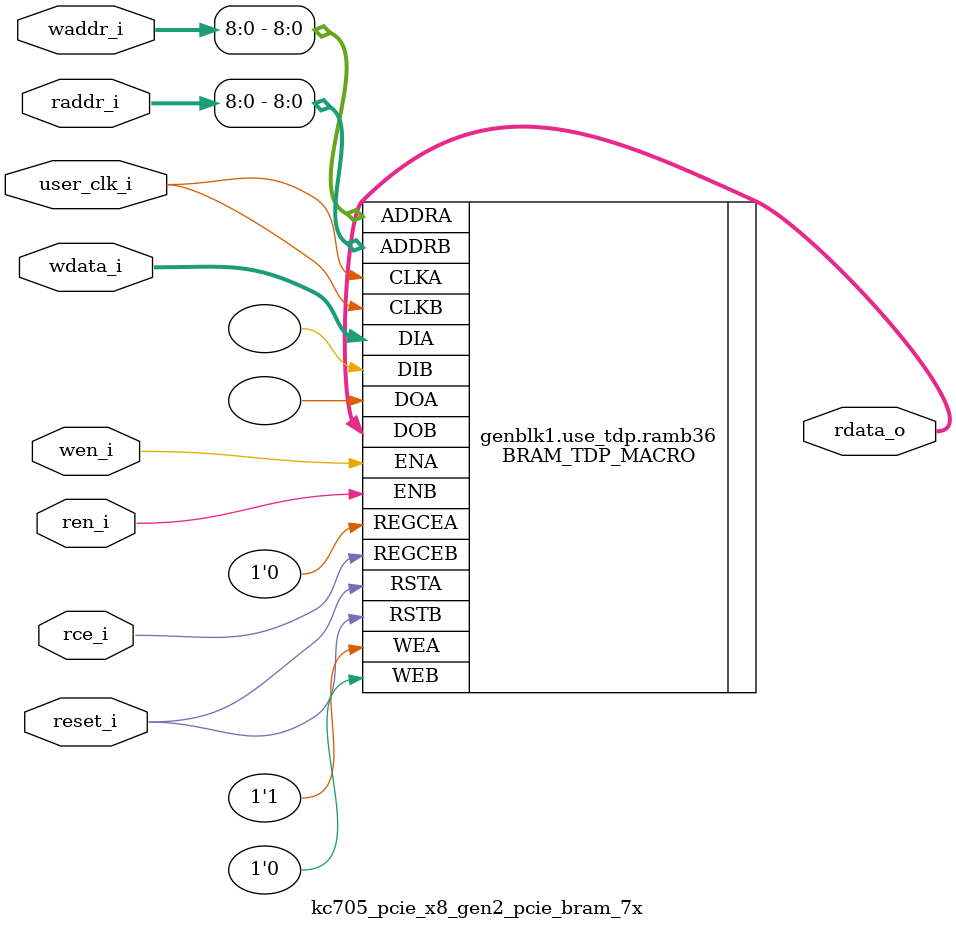
<source format=v>

`timescale 1ps/1ps

(* DowngradeIPIdentifiedWarnings = "yes" *)
module kc705_pcie_x8_gen2_pcie_bram_7x
  #(
    parameter [3:0]  LINK_CAP_MAX_LINK_SPEED = 4'h1,        // PCIe Link Speed : 1 - 2.5 GT/s; 2 - 5.0 GT/s
    parameter [5:0]  LINK_CAP_MAX_LINK_WIDTH = 6'h08,       // PCIe Link Width : 1 / 2 / 4 / 8
    parameter IMPL_TARGET = "HARD",                         // the implementation target : HARD, SOFT
    parameter DOB_REG = 0,                                  // 1 - use the output register;
                                                            // 0 - don't use the output register
    parameter WIDTH = 0                                     // supported WIDTH's : 4, 9, 18, 36 - uses RAMB36
                                                            //                     72 - uses RAMB36SDP
    )
    (
     input               user_clk_i,// user clock
     input               reset_i,   // bram reset

     input               wen_i,     // write enable
     input [12:0]        waddr_i,   // write address
     input [WIDTH - 1:0] wdata_i,   // write data

     input               ren_i,     // read enable
     input               rce_i,     // output register clock enable
     input [12:0]        raddr_i,   // read address

     output [WIDTH - 1:0] rdata_o   // read data
     );

   // map the address bits
   localparam ADDR_MSB = ((WIDTH == 4)  ? 12 :
                          (WIDTH == 9)  ? 11 :
                          (WIDTH == 18) ? 10 :
                          (WIDTH == 36) ?  9 :
                                           8
                          );

   // set the width of the tied off low address bits
   localparam ADDR_LO_BITS = ((WIDTH == 4)  ? 2 :
                              (WIDTH == 9)  ? 3 :
                              (WIDTH == 18) ? 4 :
                              (WIDTH == 36) ? 5 :
                                              0 // for WIDTH 72 use RAMB36SDP
                              );

   // map the data bits
   localparam D_MSB =  ((WIDTH == 4)  ?  3 :
                        (WIDTH == 9)  ?  7 :
                        (WIDTH == 18) ? 15 :
                        (WIDTH == 36) ? 31 :
                                        63
                        );

   // map the data parity bits
   localparam DP_LSB =  D_MSB + 1;

   localparam DP_MSB =  ((WIDTH == 4)  ? 4 :
                         (WIDTH == 9)  ? 8 :
                         (WIDTH == 18) ? 17 :
                         (WIDTH == 36) ? 35 :
                                         71
                        );

   localparam DPW = DP_MSB - DP_LSB + 1;
   localparam WRITE_MODE = ((WIDTH == 72) && (!((LINK_CAP_MAX_LINK_SPEED == 4'h2) && (LINK_CAP_MAX_LINK_WIDTH == 6'h08)))) ? "WRITE_FIRST" :
                           ((LINK_CAP_MAX_LINK_SPEED == 4'h2) && (LINK_CAP_MAX_LINK_WIDTH == 6'h08)) ? "WRITE_FIRST" : "NO_CHANGE";

   localparam DEVICE = (IMPL_TARGET == "HARD") ? "7SERIES" : "VIRTEX6";
   localparam BRAM_SIZE = "36Kb";

   localparam WE_WIDTH =(DEVICE == "VIRTEX5" || DEVICE == "VIRTEX6" || DEVICE == "7SERIES") ?
                            ((WIDTH <= 9) ? 1 :
                             (WIDTH > 9 && WIDTH <= 18) ? 2 :
                             (WIDTH > 18 && WIDTH <= 36) ? 4 :
                             (WIDTH > 36 && WIDTH <= 72) ? 8 :
                             (BRAM_SIZE == "18Kb") ? 4 : 8 ) : 8;

   //synthesis translate_off
   initial begin
      //$display("[%t] %m DOB_REG %0d WIDTH %0d ADDR_MSB %0d ADDR_LO_BITS %0d DP_MSB %0d DP_LSB %0d D_MSB %0d",
      //          $time, DOB_REG,   WIDTH,    ADDR_MSB,    ADDR_LO_BITS,    DP_MSB,    DP_LSB,    D_MSB);

      case (WIDTH)
        4,9,18,36,72:;
        default:
          begin
             $display("[%t] %m Error WIDTH %0d not supported", $time, WIDTH);
             $finish;
          end
      endcase // case (WIDTH)
   end
   //synthesis translate_on

   generate
   if ((LINK_CAP_MAX_LINK_WIDTH == 6'h08 && LINK_CAP_MAX_LINK_SPEED == 4'h2) || (WIDTH == 72)) begin : use_sdp
        BRAM_SDP_MACRO #(
               .DEVICE        (DEVICE),
               .BRAM_SIZE     (BRAM_SIZE),
               .DO_REG        (DOB_REG),
               .READ_WIDTH    (WIDTH),
               .WRITE_WIDTH   (WIDTH),
               .WRITE_MODE    (WRITE_MODE)
               )
        ramb36sdp(
               .DO             (rdata_o[WIDTH-1:0]),
               .DI             (wdata_i[WIDTH-1:0]),
               .RDADDR         (raddr_i[ADDR_MSB:0]),
               .RDCLK          (user_clk_i),
               .RDEN           (ren_i),
               .REGCE          (rce_i),
               .RST            (reset_i),
               .WE             ({WE_WIDTH{1'b1}}),
               .WRADDR         (waddr_i[ADDR_MSB:0]),
               .WRCLK          (user_clk_i),
               .WREN           (wen_i)
               );

    end  // block: use_sdp
    else if (WIDTH <= 36) begin : use_tdp
    // use RAMB36's if the width is 4, 9, 18, or 36
        BRAM_TDP_MACRO #(
               .DEVICE        (DEVICE),
               .BRAM_SIZE     (BRAM_SIZE),
               .DOA_REG       (0),
               .DOB_REG       (DOB_REG),
               .READ_WIDTH_A  (WIDTH),
               .READ_WIDTH_B  (WIDTH),
               .WRITE_WIDTH_A (WIDTH),
               .WRITE_WIDTH_B (WIDTH),
               .WRITE_MODE_A  (WRITE_MODE)
               )
        ramb36(
               .DOA            (),
               .DOB            (rdata_o[WIDTH-1:0]),
               .ADDRA          (waddr_i[ADDR_MSB:0]),
               .ADDRB          (raddr_i[ADDR_MSB:0]),
               .CLKA           (user_clk_i),
               .CLKB           (user_clk_i),
               .DIA            (wdata_i[WIDTH-1:0]),
               .DIB            ({WIDTH{1'b0}}),
               .ENA            (wen_i),
               .ENB            (ren_i),
               .REGCEA         (1'b0),
               .REGCEB         (rce_i),
               .RSTA           (reset_i),
               .RSTB           (reset_i),
               .WEA            ({WE_WIDTH{1'b1}}),
               .WEB            ({WE_WIDTH{1'b0}})
               );
   end // block: use_tdp
   endgenerate

endmodule // pcie_bram_7x


</source>
